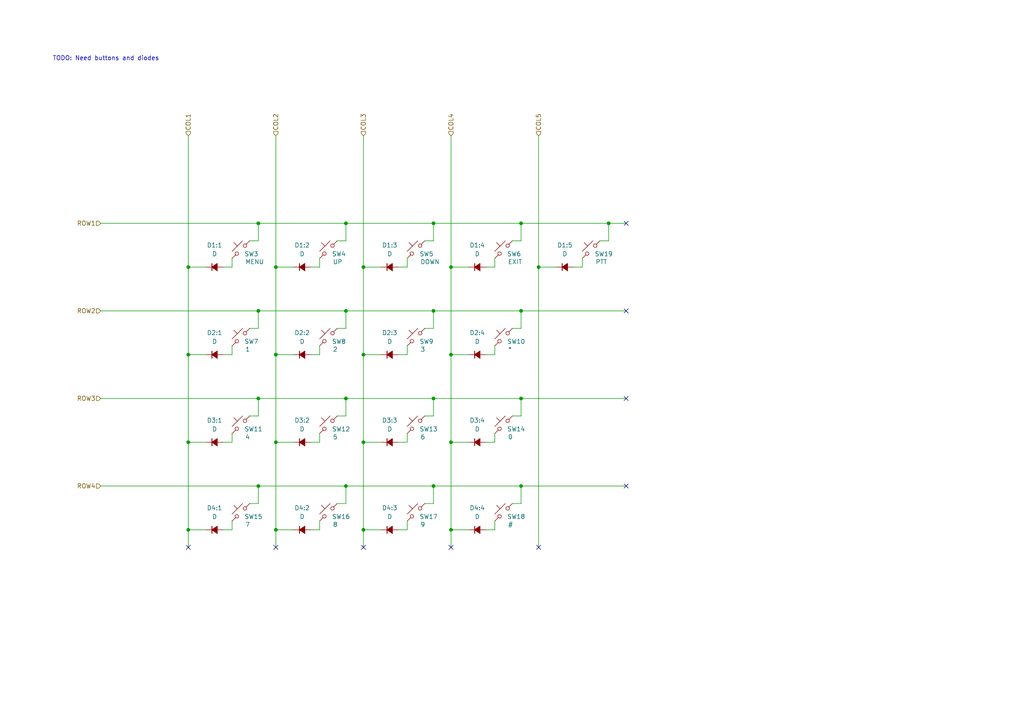
<source format=kicad_sch>
(kicad_sch (version 20231120) (generator "eeschema") (generator_version "8.0")
  (paper "A4")
  (lib_symbols
    (symbol "Device:D_Small_Filled" (pin_numbers hide) (pin_names (offset 0.254) hide)
      (property "Reference" "D" (at -1.27 2.032 0))
      (property "Value" "D_Small_Filled" (at -3.81 -2.032 0))
      (symbol "D_Small_Filled_0_1"
        (polyline (pts (xy -0.762 -1.016) (xy -0.762 1.016)) (stroke (width 0.254)))
        (polyline (pts (xy -0.762 0) (xy 0.762 0)))
        (polyline (pts (xy 0.762 -1.016) (xy -0.762 0) (xy 0.762 1.016) (xy 0.762 -1.016)) (stroke (width 0.254)) (fill (type outline)))
      )
      (symbol "D_Small_Filled_1_1"
        (pin passive line (at -2.54 0 0) (length 1.778) (name "K") (number "1"))
        (pin passive line (at 2.54 0 180) (length 1.778) (name "A") (number "2"))
      )
    )
    (symbol "Switch:SW_Push_45deg" (pin_numbers hide) (pin_names (offset 1.016) hide)
      (property "Reference" "SW" (at 3.048 1.016 0))
      (property "Value" "SW_Push_45deg" (at 0 -3.81 0))
      (symbol "SW_Push_45deg_0_1"
        (circle (center -1.1684 1.1684) (radius 0.508))
        (polyline (pts (xy -0.508 2.54) (xy 2.54 -0.508)))
        (polyline (pts (xy 1.016 1.016) (xy 2.032 2.032)))
        (polyline (pts (xy -2.54 2.54) (xy -1.524 1.524) (xy -1.524 1.524)))
        (polyline (pts (xy 1.524 -1.524) (xy 2.54 -2.54) (xy 2.54 -2.54) (xy 2.54 -2.54)))
        (circle (center 1.143 -1.1938) (radius 0.508))
        (pin passive line (at -2.54 2.54 0) (length 0) (name "1") (number "1"))
        (pin passive line (at 2.54 -2.54 180) (length 0) (name "2") (number "2"))
      )
    )
  )
  (junction (at 125.73 64.77))
  (junction (at 151.13 64.77))
  (junction (at 130.81 153.67))
  (junction (at 125.73 90.17))
  (junction (at 105.41 77.47))
  (junction (at 105.41 128.27))
  (junction (at 156.21 77.47))
  (junction (at 74.93 140.97))
  (junction (at 100.33 90.17))
  (junction (at 151.13 90.17))
  (junction (at 80.01 153.67))
  (junction (at 74.93 64.77))
  (junction (at 105.41 102.87))
  (junction (at 54.61 77.47))
  (junction (at 125.73 115.57))
  (junction (at 54.61 128.27))
  (junction (at 74.93 115.57))
  (junction (at 54.61 102.87))
  (junction (at 130.81 102.87))
  (junction (at 130.81 77.47))
  (junction (at 130.81 128.27))
  (junction (at 80.01 77.47))
  (junction (at 80.01 102.87))
  (junction (at 125.73 140.97))
  (junction (at 74.93 90.17))
  (junction (at 176.53 64.77))
  (junction (at 151.13 140.97))
  (junction (at 100.33 64.77))
  (junction (at 105.41 153.67))
  (junction (at 100.33 115.57))
  (junction (at 80.01 128.27))
  (junction (at 100.33 140.97))
  (junction (at 54.61 153.67))
  (junction (at 151.13 115.57))
  (no_connect (at 156.21 158.75))
  (no_connect (at 80.01 158.75))
  (no_connect (at 54.61 158.75))
  (no_connect (at 181.61 90.17))
  (no_connect (at 181.61 140.97))
  (no_connect (at 181.61 115.57))
  (no_connect (at 181.61 64.77))
  (no_connect (at 130.81 158.75))
  (no_connect (at 105.41 158.75))
  (wire (pts (xy 130.81 102.87) (xy 130.81 128.27)))
  (wire (pts (xy 105.41 102.87) (xy 105.41 128.27)))
  (wire (pts (xy 168.91 77.47) (xy 166.37 77.47)))
  (wire (pts (xy 105.41 128.27) (xy 110.49 128.27)))
  (wire (pts (xy 72.39 95.25) (xy 74.93 95.25)))
  (wire (pts (xy 92.71 153.67) (xy 92.71 151.13)))
  (wire (pts (xy 143.51 128.27) (xy 140.97 128.27)))
  (wire (pts (xy 123.19 146.05) (xy 125.73 146.05)))
  (wire (pts (xy 118.11 102.87) (xy 118.11 100.33)))
  (wire (pts (xy 100.33 115.57) (xy 100.33 120.65)))
  (wire (pts (xy 125.73 140.97) (xy 125.73 146.05)))
  (wire (pts (xy 151.13 115.57) (xy 181.61 115.57)))
  (wire (pts (xy 125.73 115.57) (xy 125.73 120.65)))
  (wire (pts (xy 67.31 153.67) (xy 67.31 151.13)))
  (wire (pts (xy 130.81 128.27) (xy 135.89 128.27)))
  (wire (pts (xy 105.41 128.27) (xy 105.41 153.67)))
  (wire (pts (xy 74.93 90.17) (xy 100.33 90.17)))
  (wire (pts (xy 118.11 77.47) (xy 118.11 74.93)))
  (wire (pts (xy 67.31 153.67) (xy 64.77 153.67)))
  (wire (pts (xy 105.41 153.67) (xy 110.49 153.67)))
  (wire (pts (xy 123.19 95.25) (xy 125.73 95.25)))
  (wire (pts (xy 151.13 64.77) (xy 151.13 69.85)))
  (wire (pts (xy 100.33 115.57) (xy 125.73 115.57)))
  (wire (pts (xy 143.51 77.47) (xy 140.97 77.47)))
  (wire (pts (xy 125.73 90.17) (xy 151.13 90.17)))
  (wire (pts (xy 80.01 102.87) (xy 80.01 128.27)))
  (wire (pts (xy 67.31 77.47) (xy 64.77 77.47)))
  (wire (pts (xy 92.71 77.47) (xy 90.17 77.47)))
  (wire (pts (xy 67.31 128.27) (xy 64.77 128.27)))
  (wire (pts (xy 118.11 77.47) (xy 115.57 77.47)))
  (wire (pts (xy 123.19 69.85) (xy 125.73 69.85)))
  (wire (pts (xy 176.53 64.77) (xy 181.61 64.77)))
  (wire (pts (xy 74.93 64.77) (xy 74.93 69.85)))
  (wire (pts (xy 105.41 153.67) (xy 105.41 158.75)))
  (wire (pts (xy 143.51 102.87) (xy 140.97 102.87)))
  (wire (pts (xy 92.71 102.87) (xy 90.17 102.87)))
  (wire (pts (xy 118.11 128.27) (xy 118.11 125.73)))
  (wire (pts (xy 74.93 140.97) (xy 74.93 146.05)))
  (wire (pts (xy 54.61 102.87) (xy 59.69 102.87)))
  (wire (pts (xy 151.13 115.57) (xy 151.13 120.65)))
  (wire (pts (xy 54.61 128.27) (xy 59.69 128.27)))
  (wire (pts (xy 100.33 140.97) (xy 125.73 140.97)))
  (wire (pts (xy 151.13 140.97) (xy 151.13 146.05)))
  (wire (pts (xy 80.01 153.67) (xy 80.01 158.75)))
  (wire (pts (xy 148.59 146.05) (xy 151.13 146.05)))
  (wire (pts (xy 72.39 146.05) (xy 74.93 146.05)))
  (wire (pts (xy 130.81 102.87) (xy 135.89 102.87)))
  (wire (pts (xy 74.93 115.57) (xy 100.33 115.57)))
  (wire (pts (xy 130.81 77.47) (xy 130.81 102.87)))
  (wire (pts (xy 72.39 69.85) (xy 74.93 69.85)))
  (wire (pts (xy 105.41 39.37) (xy 105.41 77.47)))
  (wire (pts (xy 125.73 140.97) (xy 151.13 140.97)))
  (wire (pts (xy 67.31 102.87) (xy 64.77 102.87)))
  (wire (pts (xy 72.39 120.65) (xy 74.93 120.65)))
  (wire (pts (xy 74.93 64.77) (xy 100.33 64.77)))
  (wire (pts (xy 105.41 77.47) (xy 105.41 102.87)))
  (wire (pts (xy 118.11 102.87) (xy 115.57 102.87)))
  (wire (pts (xy 118.11 153.67) (xy 118.11 151.13)))
  (wire (pts (xy 173.99 69.85) (xy 176.53 69.85)))
  (wire (pts (xy 92.71 102.87) (xy 92.71 100.33)))
  (wire (pts (xy 105.41 102.87) (xy 110.49 102.87)))
  (wire (pts (xy 97.79 120.65) (xy 100.33 120.65)))
  (wire (pts (xy 100.33 64.77) (xy 100.33 69.85)))
  (wire (pts (xy 130.81 153.67) (xy 135.89 153.67)))
  (wire (pts (xy 29.21 64.77) (xy 74.93 64.77)))
  (wire (pts (xy 100.33 90.17) (xy 125.73 90.17)))
  (wire (pts (xy 100.33 140.97) (xy 100.33 146.05)))
  (wire (pts (xy 100.33 64.77) (xy 125.73 64.77)))
  (wire (pts (xy 97.79 95.25) (xy 100.33 95.25)))
  (wire (pts (xy 118.11 128.27) (xy 115.57 128.27)))
  (wire (pts (xy 67.31 128.27) (xy 67.31 125.73)))
  (wire (pts (xy 54.61 39.37) (xy 54.61 77.47)))
  (wire (pts (xy 148.59 69.85) (xy 151.13 69.85)))
  (wire (pts (xy 148.59 120.65) (xy 151.13 120.65)))
  (wire (pts (xy 118.11 153.67) (xy 115.57 153.67)))
  (wire (pts (xy 29.21 115.57) (xy 74.93 115.57)))
  (wire (pts (xy 54.61 102.87) (xy 54.61 128.27)))
  (wire (pts (xy 92.71 128.27) (xy 92.71 125.73)))
  (wire (pts (xy 151.13 90.17) (xy 151.13 95.25)))
  (wire (pts (xy 123.19 120.65) (xy 125.73 120.65)))
  (wire (pts (xy 130.81 153.67) (xy 130.81 158.75)))
  (wire (pts (xy 125.73 64.77) (xy 125.73 69.85)))
  (wire (pts (xy 74.93 140.97) (xy 100.33 140.97)))
  (wire (pts (xy 80.01 128.27) (xy 85.09 128.27)))
  (wire (pts (xy 176.53 64.77) (xy 176.53 69.85)))
  (wire (pts (xy 92.71 128.27) (xy 90.17 128.27)))
  (wire (pts (xy 92.71 153.67) (xy 90.17 153.67)))
  (wire (pts (xy 100.33 90.17) (xy 100.33 95.25)))
  (wire (pts (xy 143.51 102.87) (xy 143.51 100.33)))
  (wire (pts (xy 130.81 39.37) (xy 130.81 77.47)))
  (wire (pts (xy 80.01 102.87) (xy 85.09 102.87)))
  (wire (pts (xy 105.41 77.47) (xy 110.49 77.47)))
  (wire (pts (xy 130.81 77.47) (xy 135.89 77.47)))
  (wire (pts (xy 151.13 64.77) (xy 176.53 64.77)))
  (wire (pts (xy 54.61 128.27) (xy 54.61 153.67)))
  (wire (pts (xy 151.13 140.97) (xy 181.61 140.97)))
  (wire (pts (xy 80.01 128.27) (xy 80.01 153.67)))
  (wire (pts (xy 80.01 77.47) (xy 85.09 77.47)))
  (wire (pts (xy 80.01 39.37) (xy 80.01 77.47)))
  (wire (pts (xy 151.13 90.17) (xy 181.61 90.17)))
  (wire (pts (xy 125.73 115.57) (xy 151.13 115.57)))
  (wire (pts (xy 54.61 153.67) (xy 54.61 158.75)))
  (wire (pts (xy 67.31 102.87) (xy 67.31 100.33)))
  (wire (pts (xy 74.93 90.17) (xy 74.93 95.25)))
  (wire (pts (xy 97.79 146.05) (xy 100.33 146.05)))
  (wire (pts (xy 125.73 64.77) (xy 151.13 64.77)))
  (wire (pts (xy 143.51 153.67) (xy 143.51 151.13)))
  (wire (pts (xy 148.59 95.25) (xy 151.13 95.25)))
  (wire (pts (xy 54.61 77.47) (xy 59.69 77.47)))
  (wire (pts (xy 54.61 77.47) (xy 54.61 102.87)))
  (wire (pts (xy 130.81 128.27) (xy 130.81 153.67)))
  (wire (pts (xy 29.21 140.97) (xy 74.93 140.97)))
  (wire (pts (xy 156.21 77.47) (xy 156.21 158.75)))
  (wire (pts (xy 125.73 90.17) (xy 125.73 95.25)))
  (wire (pts (xy 168.91 77.47) (xy 168.91 74.93)))
  (wire (pts (xy 74.93 115.57) (xy 74.93 120.65)))
  (wire (pts (xy 143.51 128.27) (xy 143.51 125.73)))
  (wire (pts (xy 156.21 39.37) (xy 156.21 77.47)))
  (wire (pts (xy 143.51 77.47) (xy 143.51 74.93)))
  (wire (pts (xy 143.51 153.67) (xy 140.97 153.67)))
  (wire (pts (xy 97.79 69.85) (xy 100.33 69.85)))
  (wire (pts (xy 29.21 90.17) (xy 74.93 90.17)))
  (wire (pts (xy 92.71 77.47) (xy 92.71 74.93)))
  (wire (pts (xy 156.21 77.47) (xy 161.29 77.47)))
  (wire (pts (xy 67.31 77.47) (xy 67.31 74.93)))
  (wire (pts (xy 80.01 77.47) (xy 80.01 102.87)))
  (wire (pts (xy 80.01 153.67) (xy 85.09 153.67)))
  (wire (pts (xy 54.61 153.67) (xy 59.69 153.67)))
  (text "TODO: Need buttons and diodes\n" (at 15.24 17.78 0) (effects (font (size 1.27 1.27)) (justify left bottom)))
  (hierarchical_label "COL2" (shape input) (at 80.01 39.37 90))
  (hierarchical_label "COL4" (shape input) (at 130.81 39.37 90))
  (hierarchical_label "ROW2" (shape input) (at 29.21 90.17 180))
  (hierarchical_label "ROW4" (shape input) (at 29.21 140.97 180))
  (hierarchical_label "ROW3" (shape input) (at 29.21 115.57 180))
  (hierarchical_label "COL3" (shape input) (at 105.41 39.37 90))
  (hierarchical_label "COL5" (shape input) (at 156.21 39.37 90))
  (hierarchical_label "ROW1" (shape input) (at 29.21 64.77 180))
  (hierarchical_label "COL1" (shape input) (at 54.61 39.37 90))
  (symbol (lib_id "Switch:SW_Push_45deg") (at 95.25 97.79 90) (unit 1)
    (property "Reference" "SW8" (at 96.266 99.06 90) (effects (justify right)))
    (property "Value" "2" (at 96.52 101.346 90) (effects (justify right)))
    (property "Footprint" "Button_Switch_THT:SW_PUSH_6mm_H7.3mm" (effects (hide yes)))
    (property "Description" "Push button switch, normally open, two pins, 45° tilted" (effects (hide yes)))
  )
  (symbol (lib_id "Device:D_Small_Filled") (at 62.23 153.67 0) (unit 1)
    (property "Reference" "D4:1" (at 62.23 147.32 0))
    (property "Value" "D" (at 62.23 149.86 0))
    (property "Footprint" "Diode_SMD:D_0603_1608Metric" (effects (hide yes)))
    (property "Description" "Diode, small symbol, filled shape" (effects (hide yes)))
    (property "Sim.Device" "D" (effects (hide yes)))
    (property "Sim.Pins" "1=K 2=A" (effects (hide yes)))
  )
  (symbol (lib_id "Switch:SW_Push_45deg") (at 120.65 148.59 90) (unit 1)
    (property "Reference" "SW17" (at 121.666 149.86 90) (effects (justify right)))
    (property "Value" "9" (at 121.92 152.146 90) (effects (justify right)))
    (property "Footprint" "Button_Switch_THT:SW_PUSH_6mm_H7.3mm" (effects (hide yes)))
    (property "Description" "Push button switch, normally open, two pins, 45° tilted" (effects (hide yes)))
  )
  (symbol (lib_id "Switch:SW_Push_45deg") (at 69.85 97.79 90) (unit 1)
    (property "Reference" "SW7" (at 70.866 99.06 90) (effects (justify right)))
    (property "Value" "1" (at 71.12 101.346 90) (effects (justify right)))
    (property "Footprint" "Button_Switch_THT:SW_PUSH_6mm_H7.3mm" (effects (hide yes)))
    (property "Description" "Push button switch, normally open, two pins, 45° tilted" (effects (hide yes)))
  )
  (symbol (lib_id "Switch:SW_Push_45deg") (at 69.85 148.59 90) (unit 1)
    (property "Reference" "SW15" (at 70.866 149.86 90) (effects (justify right)))
    (property "Value" "7" (at 71.12 152.146 90) (effects (justify right)))
    (property "Footprint" "Button_Switch_THT:SW_PUSH_6mm_H7.3mm" (effects (hide yes)))
    (property "Description" "Push button switch, normally open, two pins, 45° tilted" (effects (hide yes)))
  )
  (symbol (lib_id "Device:D_Small_Filled") (at 163.83 77.47 0) (unit 1)
    (property "Reference" "D1:5" (at 163.83 71.12 0))
    (property "Value" "D" (at 163.83 73.66 0))
    (property "Footprint" "Diode_SMD:D_0603_1608Metric" (effects (hide yes)))
    (property "Description" "Diode, small symbol, filled shape" (effects (hide yes)))
    (property "Sim.Device" "D" (effects (hide yes)))
    (property "Sim.Pins" "1=K 2=A" (effects (hide yes)))
  )
  (symbol (lib_id "Switch:SW_Push_45deg") (at 120.65 97.79 90) (unit 1)
    (property "Reference" "SW9" (at 121.666 99.06 90) (effects (justify right)))
    (property "Value" "3" (at 121.92 101.346 90) (effects (justify right)))
    (property "Footprint" "Button_Switch_THT:SW_PUSH_6mm_H7.3mm" (effects (hide yes)))
    (property "Description" "Push button switch, normally open, two pins, 45° tilted" (effects (hide yes)))
  )
  (symbol (lib_id "Device:D_Small_Filled") (at 62.23 77.47 0) (unit 1)
    (property "Reference" "D1:1" (at 62.23 71.12 0))
    (property "Value" "D" (at 62.23 73.66 0))
    (property "Footprint" "Diode_SMD:D_0603_1608Metric" (effects (hide yes)))
    (property "Description" "Diode, small symbol, filled shape" (effects (hide yes)))
    (property "Sim.Device" "D" (effects (hide yes)))
    (property "Sim.Pins" "1=K 2=A" (effects (hide yes)))
  )
  (symbol (lib_id "Switch:SW_Push_45deg") (at 95.25 148.59 90) (unit 1)
    (property "Reference" "SW16" (at 96.266 149.86 90) (effects (justify right)))
    (property "Value" "8" (at 96.52 152.146 90) (effects (justify right)))
    (property "Footprint" "Button_Switch_THT:SW_PUSH_6mm_H7.3mm" (effects (hide yes)))
    (property "Description" "Push button switch, normally open, two pins, 45° tilted" (effects (hide yes)))
  )
  (symbol (lib_id "Device:D_Small_Filled") (at 62.23 128.27 0) (unit 1)
    (property "Reference" "D3:1" (at 62.23 121.92 0))
    (property "Value" "D" (at 62.23 124.46 0))
    (property "Footprint" "Diode_SMD:D_0603_1608Metric" (effects (hide yes)))
    (property "Description" "Diode, small symbol, filled shape" (effects (hide yes)))
    (property "Sim.Device" "D" (effects (hide yes)))
    (property "Sim.Pins" "1=K 2=A" (effects (hide yes)))
  )
  (symbol (lib_id "Device:D_Small_Filled") (at 113.03 102.87 0) (unit 1)
    (property "Reference" "D2:3" (at 113.03 96.52 0))
    (property "Value" "D" (at 113.03 99.06 0))
    (property "Footprint" "Diode_SMD:D_0603_1608Metric" (effects (hide yes)))
    (property "Description" "Diode, small symbol, filled shape" (effects (hide yes)))
    (property "Sim.Device" "D" (effects (hide yes)))
    (property "Sim.Pins" "1=K 2=A" (effects (hide yes)))
  )
  (symbol (lib_id "Device:D_Small_Filled") (at 87.63 77.47 0) (unit 1)
    (property "Reference" "D1:2" (at 87.63 71.12 0))
    (property "Value" "D" (at 87.63 73.66 0))
    (property "Footprint" "Diode_SMD:D_0603_1608Metric" (effects (hide yes)))
    (property "Description" "Diode, small symbol, filled shape" (effects (hide yes)))
    (property "Sim.Device" "D" (effects (hide yes)))
    (property "Sim.Pins" "1=K 2=A" (effects (hide yes)))
  )
  (symbol (lib_id "Switch:SW_Push_45deg") (at 146.05 97.79 90) (unit 1)
    (property "Reference" "SW10" (at 147.066 99.06 90) (effects (justify right)))
    (property "Value" "*" (at 147.32 101.346 90) (effects (justify right)))
    (property "Footprint" "Button_Switch_THT:SW_PUSH_6mm_H7.3mm" (effects (hide yes)))
    (property "Description" "Push button switch, normally open, two pins, 45° tilted" (effects (hide yes)))
  )
  (symbol (lib_id "Device:D_Small_Filled") (at 138.43 153.67 0) (unit 1)
    (property "Reference" "D4:4" (at 138.43 147.32 0))
    (property "Value" "D" (at 138.43 149.86 0))
    (property "Footprint" "Diode_SMD:D_0603_1608Metric" (effects (hide yes)))
    (property "Description" "Diode, small symbol, filled shape" (effects (hide yes)))
    (property "Sim.Device" "D" (effects (hide yes)))
    (property "Sim.Pins" "1=K 2=A" (effects (hide yes)))
  )
  (symbol (lib_id "Switch:SW_Push_45deg") (at 69.85 123.19 90) (unit 1)
    (property "Reference" "SW11" (at 70.866 124.46 90) (effects (justify right)))
    (property "Value" "4" (at 71.12 126.746 90) (effects (justify right)))
    (property "Footprint" "Button_Switch_THT:SW_PUSH_6mm_H7.3mm" (effects (hide yes)))
    (property "Description" "Push button switch, normally open, two pins, 45° tilted" (effects (hide yes)))
  )
  (symbol (lib_id "Device:D_Small_Filled") (at 62.23 102.87 0) (unit 1)
    (property "Reference" "D2:1" (at 62.23 96.52 0))
    (property "Value" "D" (at 62.23 99.06 0))
    (property "Footprint" "Diode_SMD:D_0603_1608Metric" (effects (hide yes)))
    (property "Description" "Diode, small symbol, filled shape" (effects (hide yes)))
    (property "Sim.Device" "D" (effects (hide yes)))
    (property "Sim.Pins" "1=K 2=A" (effects (hide yes)))
  )
  (symbol (lib_id "Switch:SW_Push_45deg") (at 69.85 72.39 90) (unit 1)
    (property "Reference" "SW3" (at 70.866 73.66 90) (effects (justify right)))
    (property "Value" "MENU" (at 71.12 75.946 90) (effects (justify right)))
    (property "Footprint" "Button_Switch_THT:SW_PUSH_6mm_H7.3mm" (effects (hide yes)))
    (property "Description" "Push button switch, normally open, two pins, 45° tilted" (effects (hide yes)))
  )
  (symbol (lib_id "Switch:SW_Push_45deg") (at 95.25 123.19 90) (unit 1)
    (property "Reference" "SW12" (at 96.266 124.46 90) (effects (justify right)))
    (property "Value" "5" (at 96.52 126.746 90) (effects (justify right)))
    (property "Footprint" "Button_Switch_THT:SW_PUSH_6mm_H7.3mm" (effects (hide yes)))
    (property "Description" "Push button switch, normally open, two pins, 45° tilted" (effects (hide yes)))
  )
  (symbol (lib_id "Device:D_Small_Filled") (at 87.63 128.27 0) (unit 1)
    (property "Reference" "D3:2" (at 87.63 121.92 0))
    (property "Value" "D" (at 87.63 124.46 0))
    (property "Footprint" "Diode_SMD:D_0603_1608Metric" (effects (hide yes)))
    (property "Description" "Diode, small symbol, filled shape" (effects (hide yes)))
    (property "Sim.Device" "D" (effects (hide yes)))
    (property "Sim.Pins" "1=K 2=A" (effects (hide yes)))
  )
  (symbol (lib_id "Switch:SW_Push_45deg") (at 95.25 72.39 90) (unit 1)
    (property "Reference" "SW4" (at 96.266 73.66 90) (effects (justify right)))
    (property "Value" "UP" (at 96.52 75.946 90) (effects (justify right)))
    (property "Footprint" "Button_Switch_THT:SW_PUSH_6mm_H7.3mm" (effects (hide yes)))
    (property "Description" "Push button switch, normally open, two pins, 45° tilted" (effects (hide yes)))
  )
  (symbol (lib_id "Switch:SW_Push_45deg") (at 146.05 72.39 90) (unit 1)
    (property "Reference" "SW6" (at 147.066 73.66 90) (effects (justify right)))
    (property "Value" "EXIT" (at 147.32 75.946 90) (effects (justify right)))
    (property "Footprint" "Button_Switch_THT:SW_PUSH_6mm_H7.3mm" (effects (hide yes)))
    (property "Description" "Push button switch, normally open, two pins, 45° tilted" (effects (hide yes)))
  )
  (symbol (lib_id "Switch:SW_Push_45deg") (at 171.45 72.39 90) (unit 1)
    (property "Reference" "SW19" (at 172.466 73.66 90) (effects (justify right)))
    (property "Value" "PTT" (at 172.72 75.946 90) (effects (justify right)))
    (property "Footprint" "Button_Switch_THT:SW_PUSH_6mm_H7.3mm" (effects (hide yes)))
    (property "Description" "Push button switch, normally open, two pins, 45° tilted" (effects (hide yes)))
  )
  (symbol (lib_id "Device:D_Small_Filled") (at 113.03 77.47 0) (unit 1)
    (property "Reference" "D1:3" (at 113.03 71.12 0))
    (property "Value" "D" (at 113.03 73.66 0))
    (property "Footprint" "Diode_SMD:D_0603_1608Metric" (effects (hide yes)))
    (property "Description" "Diode, small symbol, filled shape" (effects (hide yes)))
    (property "Sim.Device" "D" (effects (hide yes)))
    (property "Sim.Pins" "1=K 2=A" (effects (hide yes)))
  )
  (symbol (lib_id "Device:D_Small_Filled") (at 113.03 153.67 0) (unit 1)
    (property "Reference" "D4:3" (at 113.03 147.32 0))
    (property "Value" "D" (at 113.03 149.86 0))
    (property "Footprint" "Diode_SMD:D_0603_1608Metric" (effects (hide yes)))
    (property "Description" "Diode, small symbol, filled shape" (effects (hide yes)))
    (property "Sim.Device" "D" (effects (hide yes)))
    (property "Sim.Pins" "1=K 2=A" (effects (hide yes)))
  )
  (symbol (lib_id "Device:D_Small_Filled") (at 113.03 128.27 0) (unit 1)
    (property "Reference" "D3:3" (at 113.03 121.92 0))
    (property "Value" "D" (at 113.03 124.46 0))
    (property "Footprint" "Diode_SMD:D_0603_1608Metric" (effects (hide yes)))
    (property "Description" "Diode, small symbol, filled shape" (effects (hide yes)))
    (property "Sim.Device" "D" (effects (hide yes)))
    (property "Sim.Pins" "1=K 2=A" (effects (hide yes)))
  )
  (symbol (lib_id "Device:D_Small_Filled") (at 138.43 77.47 0) (unit 1)
    (property "Reference" "D1:4" (at 138.43 71.12 0))
    (property "Value" "D" (at 138.43 73.66 0))
    (property "Footprint" "Diode_SMD:D_0603_1608Metric" (effects (hide yes)))
    (property "Description" "Diode, small symbol, filled shape" (effects (hide yes)))
    (property "Sim.Device" "D" (effects (hide yes)))
    (property "Sim.Pins" "1=K 2=A" (effects (hide yes)))
  )
  (symbol (lib_id "Device:D_Small_Filled") (at 87.63 153.67 0) (unit 1)
    (property "Reference" "D4:2" (at 87.63 147.32 0))
    (property "Value" "D" (at 87.63 149.86 0))
    (property "Footprint" "Diode_SMD:D_0603_1608Metric" (effects (hide yes)))
    (property "Description" "Diode, small symbol, filled shape" (effects (hide yes)))
    (property "Sim.Device" "D" (effects (hide yes)))
    (property "Sim.Pins" "1=K 2=A" (effects (hide yes)))
  )
  (symbol (lib_id "Switch:SW_Push_45deg") (at 146.05 148.59 90) (unit 1)
    (property "Reference" "SW18" (at 147.066 149.86 90) (effects (justify right)))
    (property "Value" "#" (at 147.32 152.146 90) (effects (justify right)))
    (property "Footprint" "Button_Switch_THT:SW_PUSH_6mm_H7.3mm" (effects (hide yes)))
    (property "Description" "Push button switch, normally open, two pins, 45° tilted" (effects (hide yes)))
  )
  (symbol (lib_id "Switch:SW_Push_45deg") (at 146.05 123.19 90) (unit 1)
    (property "Reference" "SW14" (at 147.066 124.46 90) (effects (justify right)))
    (property "Value" "0" (at 147.32 126.746 90) (effects (justify right)))
    (property "Footprint" "Button_Switch_THT:SW_PUSH_6mm_H7.3mm" (effects (hide yes)))
    (property "Description" "Push button switch, normally open, two pins, 45° tilted" (effects (hide yes)))
  )
  (symbol (lib_id "Device:D_Small_Filled") (at 87.63 102.87 0) (unit 1)
    (property "Reference" "D2:2" (at 87.63 96.52 0))
    (property "Value" "D" (at 87.63 99.06 0))
    (property "Footprint" "Diode_SMD:D_0603_1608Metric" (effects (hide yes)))
    (property "Description" "Diode, small symbol, filled shape" (effects (hide yes)))
    (property "Sim.Device" "D" (effects (hide yes)))
    (property "Sim.Pins" "1=K 2=A" (effects (hide yes)))
  )
  (symbol (lib_id "Switch:SW_Push_45deg") (at 120.65 72.39 90) (unit 1)
    (property "Reference" "SW5" (at 121.666 73.66 90) (effects (justify right)))
    (property "Value" "DOWN" (at 121.92 75.946 90) (effects (justify right)))
    (property "Footprint" "Button_Switch_THT:SW_PUSH_6mm_H7.3mm" (effects (hide yes)))
    (property "Description" "Push button switch, normally open, two pins, 45° tilted" (effects (hide yes)))
  )
  (symbol (lib_id "Device:D_Small_Filled") (at 138.43 102.87 0) (unit 1)
    (property "Reference" "D2:4" (at 138.43 96.52 0))
    (property "Value" "D" (at 138.43 99.06 0))
    (property "Footprint" "Diode_SMD:D_0603_1608Metric" (effects (hide yes)))
    (property "Description" "Diode, small symbol, filled shape" (effects (hide yes)))
    (property "Sim.Device" "D" (effects (hide yes)))
    (property "Sim.Pins" "1=K 2=A" (effects (hide yes)))
  )
  (symbol (lib_id "Device:D_Small_Filled") (at 138.43 128.27 0) (unit 1)
    (property "Reference" "D3:4" (at 138.43 121.92 0))
    (property "Value" "D" (at 138.43 124.46 0))
    (property "Footprint" "Diode_SMD:D_0603_1608Metric" (effects (hide yes)))
    (property "Description" "Diode, small symbol, filled shape" (effects (hide yes)))
    (property "Sim.Device" "D" (effects (hide yes)))
    (property "Sim.Pins" "1=K 2=A" (effects (hide yes)))
  )
  (symbol (lib_id "Switch:SW_Push_45deg") (at 120.65 123.19 90) (unit 1)
    (property "Reference" "SW13" (at 121.666 124.46 90) (effects (justify right)))
    (property "Value" "6" (at 121.92 126.746 90) (effects (justify right)))
    (property "Footprint" "Button_Switch_THT:SW_PUSH_6mm_H7.3mm" (effects (hide yes)))
    (property "Description" "Push button switch, normally open, two pins, 45° tilted" (effects (hide yes)))
  )
)
</source>
